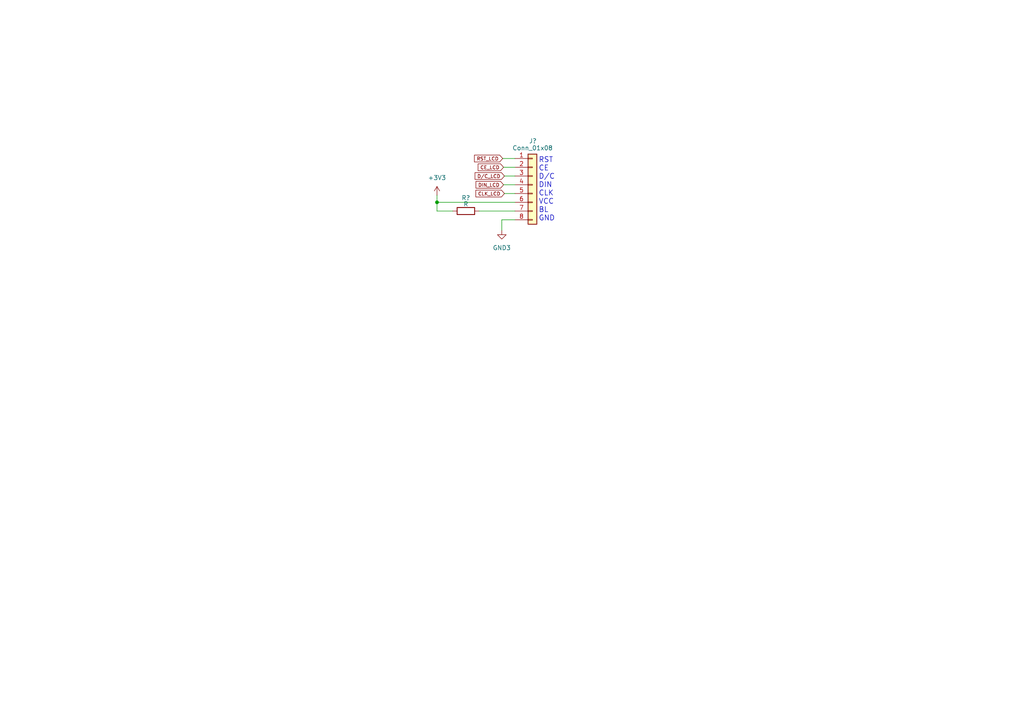
<source format=kicad_sch>
(kicad_sch (version 20211123) (generator eeschema)

  (uuid 73ba755d-98f6-4e75-b5d2-e441ea2b08c5)

  (paper "A4")

  (lib_symbols
    (symbol "Connector_Generic:Conn_01x08" (pin_names (offset 1.016) hide) (in_bom yes) (on_board yes)
      (property "Reference" "J" (id 0) (at 0 10.16 0)
        (effects (font (size 1.27 1.27)))
      )
      (property "Value" "Conn_01x08" (id 1) (at 0 -12.7 0)
        (effects (font (size 1.27 1.27)))
      )
      (property "Footprint" "" (id 2) (at 0 0 0)
        (effects (font (size 1.27 1.27)) hide)
      )
      (property "Datasheet" "~" (id 3) (at 0 0 0)
        (effects (font (size 1.27 1.27)) hide)
      )
      (property "ki_keywords" "connector" (id 4) (at 0 0 0)
        (effects (font (size 1.27 1.27)) hide)
      )
      (property "ki_description" "Generic connector, single row, 01x08, script generated (kicad-library-utils/schlib/autogen/connector/)" (id 5) (at 0 0 0)
        (effects (font (size 1.27 1.27)) hide)
      )
      (property "ki_fp_filters" "Connector*:*_1x??_*" (id 6) (at 0 0 0)
        (effects (font (size 1.27 1.27)) hide)
      )
      (symbol "Conn_01x08_1_1"
        (rectangle (start -1.27 -10.033) (end 0 -10.287)
          (stroke (width 0.1524) (type default) (color 0 0 0 0))
          (fill (type none))
        )
        (rectangle (start -1.27 -7.493) (end 0 -7.747)
          (stroke (width 0.1524) (type default) (color 0 0 0 0))
          (fill (type none))
        )
        (rectangle (start -1.27 -4.953) (end 0 -5.207)
          (stroke (width 0.1524) (type default) (color 0 0 0 0))
          (fill (type none))
        )
        (rectangle (start -1.27 -2.413) (end 0 -2.667)
          (stroke (width 0.1524) (type default) (color 0 0 0 0))
          (fill (type none))
        )
        (rectangle (start -1.27 0.127) (end 0 -0.127)
          (stroke (width 0.1524) (type default) (color 0 0 0 0))
          (fill (type none))
        )
        (rectangle (start -1.27 2.667) (end 0 2.413)
          (stroke (width 0.1524) (type default) (color 0 0 0 0))
          (fill (type none))
        )
        (rectangle (start -1.27 5.207) (end 0 4.953)
          (stroke (width 0.1524) (type default) (color 0 0 0 0))
          (fill (type none))
        )
        (rectangle (start -1.27 7.747) (end 0 7.493)
          (stroke (width 0.1524) (type default) (color 0 0 0 0))
          (fill (type none))
        )
        (rectangle (start -1.27 8.89) (end 1.27 -11.43)
          (stroke (width 0.254) (type default) (color 0 0 0 0))
          (fill (type background))
        )
        (pin passive line (at -5.08 7.62 0) (length 3.81)
          (name "Pin_1" (effects (font (size 1.27 1.27))))
          (number "1" (effects (font (size 1.27 1.27))))
        )
        (pin passive line (at -5.08 5.08 0) (length 3.81)
          (name "Pin_2" (effects (font (size 1.27 1.27))))
          (number "2" (effects (font (size 1.27 1.27))))
        )
        (pin passive line (at -5.08 2.54 0) (length 3.81)
          (name "Pin_3" (effects (font (size 1.27 1.27))))
          (number "3" (effects (font (size 1.27 1.27))))
        )
        (pin passive line (at -5.08 0 0) (length 3.81)
          (name "Pin_4" (effects (font (size 1.27 1.27))))
          (number "4" (effects (font (size 1.27 1.27))))
        )
        (pin passive line (at -5.08 -2.54 0) (length 3.81)
          (name "Pin_5" (effects (font (size 1.27 1.27))))
          (number "5" (effects (font (size 1.27 1.27))))
        )
        (pin passive line (at -5.08 -5.08 0) (length 3.81)
          (name "Pin_6" (effects (font (size 1.27 1.27))))
          (number "6" (effects (font (size 1.27 1.27))))
        )
        (pin passive line (at -5.08 -7.62 0) (length 3.81)
          (name "Pin_7" (effects (font (size 1.27 1.27))))
          (number "7" (effects (font (size 1.27 1.27))))
        )
        (pin passive line (at -5.08 -10.16 0) (length 3.81)
          (name "Pin_8" (effects (font (size 1.27 1.27))))
          (number "8" (effects (font (size 1.27 1.27))))
        )
      )
    )
    (symbol "Device:R" (pin_numbers hide) (pin_names (offset 0)) (in_bom yes) (on_board yes)
      (property "Reference" "R" (id 0) (at 2.032 0 90)
        (effects (font (size 1.27 1.27)))
      )
      (property "Value" "R" (id 1) (at 0 0 90)
        (effects (font (size 1.27 1.27)))
      )
      (property "Footprint" "" (id 2) (at -1.778 0 90)
        (effects (font (size 1.27 1.27)) hide)
      )
      (property "Datasheet" "~" (id 3) (at 0 0 0)
        (effects (font (size 1.27 1.27)) hide)
      )
      (property "ki_keywords" "R res resistor" (id 4) (at 0 0 0)
        (effects (font (size 1.27 1.27)) hide)
      )
      (property "ki_description" "Resistor" (id 5) (at 0 0 0)
        (effects (font (size 1.27 1.27)) hide)
      )
      (property "ki_fp_filters" "R_*" (id 6) (at 0 0 0)
        (effects (font (size 1.27 1.27)) hide)
      )
      (symbol "R_0_1"
        (rectangle (start -1.016 -2.54) (end 1.016 2.54)
          (stroke (width 0.254) (type default) (color 0 0 0 0))
          (fill (type none))
        )
      )
      (symbol "R_1_1"
        (pin passive line (at 0 3.81 270) (length 1.27)
          (name "~" (effects (font (size 1.27 1.27))))
          (number "1" (effects (font (size 1.27 1.27))))
        )
        (pin passive line (at 0 -3.81 90) (length 1.27)
          (name "~" (effects (font (size 1.27 1.27))))
          (number "2" (effects (font (size 1.27 1.27))))
        )
      )
    )
    (symbol "power:+3V3" (power) (pin_names (offset 0)) (in_bom yes) (on_board yes)
      (property "Reference" "#PWR" (id 0) (at 0 -3.81 0)
        (effects (font (size 1.27 1.27)) hide)
      )
      (property "Value" "+3V3" (id 1) (at 0 3.556 0)
        (effects (font (size 1.27 1.27)))
      )
      (property "Footprint" "" (id 2) (at 0 0 0)
        (effects (font (size 1.27 1.27)) hide)
      )
      (property "Datasheet" "" (id 3) (at 0 0 0)
        (effects (font (size 1.27 1.27)) hide)
      )
      (property "ki_keywords" "power-flag" (id 4) (at 0 0 0)
        (effects (font (size 1.27 1.27)) hide)
      )
      (property "ki_description" "Power symbol creates a global label with name \"+3V3\"" (id 5) (at 0 0 0)
        (effects (font (size 1.27 1.27)) hide)
      )
      (symbol "+3V3_0_1"
        (polyline
          (pts
            (xy -0.762 1.27)
            (xy 0 2.54)
          )
          (stroke (width 0) (type default) (color 0 0 0 0))
          (fill (type none))
        )
        (polyline
          (pts
            (xy 0 0)
            (xy 0 2.54)
          )
          (stroke (width 0) (type default) (color 0 0 0 0))
          (fill (type none))
        )
        (polyline
          (pts
            (xy 0 2.54)
            (xy 0.762 1.27)
          )
          (stroke (width 0) (type default) (color 0 0 0 0))
          (fill (type none))
        )
      )
      (symbol "+3V3_1_1"
        (pin power_in line (at 0 0 90) (length 0) hide
          (name "+3V3" (effects (font (size 1.27 1.27))))
          (number "1" (effects (font (size 1.27 1.27))))
        )
      )
    )
    (symbol "power:GND3" (power) (pin_names (offset 0)) (in_bom yes) (on_board yes)
      (property "Reference" "#PWR" (id 0) (at 0 -6.35 0)
        (effects (font (size 1.27 1.27)) hide)
      )
      (property "Value" "GND3" (id 1) (at 0 -3.81 0)
        (effects (font (size 1.27 1.27)))
      )
      (property "Footprint" "" (id 2) (at 0 0 0)
        (effects (font (size 1.27 1.27)) hide)
      )
      (property "Datasheet" "" (id 3) (at 0 0 0)
        (effects (font (size 1.27 1.27)) hide)
      )
      (property "ki_keywords" "power-flag" (id 4) (at 0 0 0)
        (effects (font (size 1.27 1.27)) hide)
      )
      (property "ki_description" "Power symbol creates a global label with name \"GND3\" , ground" (id 5) (at 0 0 0)
        (effects (font (size 1.27 1.27)) hide)
      )
      (symbol "GND3_0_1"
        (polyline
          (pts
            (xy 0 0)
            (xy 0 -1.27)
            (xy 1.27 -1.27)
            (xy 0 -2.54)
            (xy -1.27 -1.27)
            (xy 0 -1.27)
          )
          (stroke (width 0) (type default) (color 0 0 0 0))
          (fill (type none))
        )
      )
      (symbol "GND3_1_1"
        (pin power_in line (at 0 0 270) (length 0) hide
          (name "GND3" (effects (font (size 1.27 1.27))))
          (number "1" (effects (font (size 1.27 1.27))))
        )
      )
    )
  )

  (junction (at 126.746 58.674) (diameter 0) (color 0 0 0 0)
    (uuid eb9ca295-8a1b-456e-9d30-b4d927975cd2)
  )

  (wire (pts (xy 145.542 63.754) (xy 145.542 66.802))
    (stroke (width 0) (type default) (color 0 0 0 0))
    (uuid 04fb605b-922b-4e49-829a-b41b46bd809f)
  )
  (wire (pts (xy 149.352 63.754) (xy 145.542 63.754))
    (stroke (width 0) (type default) (color 0 0 0 0))
    (uuid 1af97726-033c-4823-b351-a61274c8df9e)
  )
  (wire (pts (xy 126.746 58.674) (xy 126.746 61.214))
    (stroke (width 0) (type default) (color 0 0 0 0))
    (uuid 1ded6301-1807-4d38-a51e-661c0a734ed7)
  )
  (wire (pts (xy 126.746 58.674) (xy 149.352 58.674))
    (stroke (width 0) (type default) (color 0 0 0 0))
    (uuid 2a1d1cf7-cb02-4a4f-8691-9d32d5253d8b)
  )
  (wire (pts (xy 126.746 56.642) (xy 126.746 58.674))
    (stroke (width 0) (type default) (color 0 0 0 0))
    (uuid 46b8c2e9-bdfd-45f7-84ca-887c9213cf2d)
  )
  (wire (pts (xy 146.05 48.514) (xy 149.352 48.514))
    (stroke (width 0) (type default) (color 0 0 0 0))
    (uuid 60ff5c56-ae27-4e43-9b59-5b59b01a7e7c)
  )
  (wire (pts (xy 145.796 45.974) (xy 149.352 45.974))
    (stroke (width 0) (type default) (color 0 0 0 0))
    (uuid 6ba1c81c-3c8f-4ca8-a759-67d49ee8737c)
  )
  (wire (pts (xy 146.05 53.594) (xy 149.352 53.594))
    (stroke (width 0) (type default) (color 0 0 0 0))
    (uuid 89a41aa6-5712-4162-8558-10f59b0dd955)
  )
  (wire (pts (xy 146.304 56.134) (xy 149.352 56.134))
    (stroke (width 0) (type default) (color 0 0 0 0))
    (uuid aa88077f-2510-4a92-b0d6-bc9224b655ec)
  )
  (wire (pts (xy 126.746 61.214) (xy 131.318 61.214))
    (stroke (width 0) (type default) (color 0 0 0 0))
    (uuid dad988dc-dde7-442c-9550-9e733f7f0908)
  )
  (wire (pts (xy 146.304 51.054) (xy 149.352 51.054))
    (stroke (width 0) (type default) (color 0 0 0 0))
    (uuid fb2b5359-e0ff-4a91-9193-a38af03f932e)
  )
  (wire (pts (xy 138.938 61.214) (xy 149.352 61.214))
    (stroke (width 0) (type default) (color 0 0 0 0))
    (uuid fb6eee5f-b29b-4a68-bc11-b05fd3a4ab65)
  )

  (text "RST\nCE\nD/C\nDIN\nCLK\nVCC\nBL\nGND" (at 156.21 64.262 0)
    (effects (font (size 1.5 1.5)) (justify left bottom))
    (uuid 8fdb2cd1-e1b9-4a83-b4d3-0b8cf43a6d65)
  )

  (global_label "CE_LCD" (shape input) (at 146.05 48.514 180) (fields_autoplaced)
    (effects (font (size 1 1)) (justify right))
    (uuid 11b786a6-3dcd-4316-bff4-80f8465229d7)
    (property "Intersheet References" "${INTERSHEET_REFS}" (id 0) (at 138.6738 48.4515 0)
      (effects (font (size 1 1)) (justify right) hide)
    )
  )
  (global_label "CLK_LCD" (shape input) (at 146.304 56.134 180) (fields_autoplaced)
    (effects (font (size 1 1)) (justify right))
    (uuid 38254a04-9e39-403e-9d91-9fbee1d72852)
    (property "Intersheet References" "${INTERSHEET_REFS}" (id 0) (at 138.023 56.0715 0)
      (effects (font (size 1 1)) (justify right) hide)
    )
  )
  (global_label "RST_LCD" (shape input) (at 145.796 45.974 180) (fields_autoplaced)
    (effects (font (size 1 1)) (justify right))
    (uuid 94c098f5-e2b5-4a85-9f20-c151bcb32544)
    (property "Intersheet References" "${INTERSHEET_REFS}" (id 0) (at 137.6103 45.9115 0)
      (effects (font (size 1 1)) (justify right) hide)
    )
  )
  (global_label "D{slash}C_LCD" (shape input) (at 146.304 51.054 180) (fields_autoplaced)
    (effects (font (size 1 1)) (justify right))
    (uuid 9a0c0532-53db-4b0c-bd52-66750b34b9dc)
    (property "Intersheet References" "${INTERSHEET_REFS}" (id 0) (at 137.785 50.9915 0)
      (effects (font (size 1 1)) (justify right) hide)
    )
  )
  (global_label "DIN_LCD" (shape input) (at 146.05 53.594 180) (fields_autoplaced)
    (effects (font (size 1 1)) (justify right))
    (uuid a7b3cf7a-8741-400b-b717-c361c8da60d5)
    (property "Intersheet References" "${INTERSHEET_REFS}" (id 0) (at 138.0548 53.5315 0)
      (effects (font (size 1 1)) (justify right) hide)
    )
  )

  (symbol (lib_id "power:GND3") (at 145.542 66.802 0) (unit 1)
    (in_bom yes) (on_board yes) (fields_autoplaced)
    (uuid 065957fd-4be5-442a-add5-c22df86bde7b)
    (property "Reference" "#PWR?" (id 0) (at 145.542 73.152 0)
      (effects (font (size 1.27 1.27)) hide)
    )
    (property "Value" "GND3" (id 1) (at 145.542 71.882 0))
    (property "Footprint" "" (id 2) (at 145.542 66.802 0)
      (effects (font (size 1.27 1.27)) hide)
    )
    (property "Datasheet" "" (id 3) (at 145.542 66.802 0)
      (effects (font (size 1.27 1.27)) hide)
    )
    (pin "1" (uuid abd98177-2ecc-4b56-8b8a-8e5c05e8c57b))
  )

  (symbol (lib_id "power:+3V3") (at 126.746 56.642 0) (unit 1)
    (in_bom yes) (on_board yes) (fields_autoplaced)
    (uuid 1de46378-29ac-4fec-8dda-edcacff0793c)
    (property "Reference" "#PWR?" (id 0) (at 126.746 60.452 0)
      (effects (font (size 1.27 1.27)) hide)
    )
    (property "Value" "+3V3" (id 1) (at 126.746 51.562 0))
    (property "Footprint" "" (id 2) (at 126.746 56.642 0)
      (effects (font (size 1.27 1.27)) hide)
    )
    (property "Datasheet" "" (id 3) (at 126.746 56.642 0)
      (effects (font (size 1.27 1.27)) hide)
    )
    (pin "1" (uuid 974a5e0a-54fc-4271-8b90-a59a92f5d6f6))
  )

  (symbol (lib_id "Connector_Generic:Conn_01x08") (at 154.432 53.594 0) (unit 1)
    (in_bom yes) (on_board yes)
    (uuid a5ab582a-59d7-41a2-96ef-9678580975b8)
    (property "Reference" "J?" (id 0) (at 153.416 40.894 0)
      (effects (font (size 1.27 1.27)) (justify left))
    )
    (property "Value" "Conn_01x08" (id 1) (at 148.59 42.926 0)
      (effects (font (size 1.27 1.27)) (justify left))
    )
    (property "Footprint" "Display:Adafruit_SSD1306" (id 2) (at 154.432 53.594 0)
      (effects (font (size 1.27 1.27)) hide)
    )
    (property "Datasheet" "~" (id 3) (at 154.432 53.594 0)
      (effects (font (size 1.27 1.27)) hide)
    )
    (pin "1" (uuid b676acf8-9b18-46fe-8574-9ee89f01233a))
    (pin "2" (uuid 6f0788f0-36e1-4f85-ba67-a29b7ccb4c2f))
    (pin "3" (uuid e5d86458-041e-45f5-bc51-7e890c614048))
    (pin "4" (uuid 2bbff9f3-0722-41de-8c52-971f3d7c7619))
    (pin "5" (uuid 2de58db5-53ae-483a-aab6-9c8730dd0d1e))
    (pin "6" (uuid ffbc146e-36b6-4459-950c-8a7632f45041))
    (pin "7" (uuid 2fb88c2e-25c0-46a2-947a-585f4562e82b))
    (pin "8" (uuid cf051006-c6a4-4b92-bacd-03bc22b5f204))
  )

  (symbol (lib_id "Device:R") (at 135.128 61.214 90) (unit 1)
    (in_bom yes) (on_board yes)
    (uuid ad814da0-856e-4f91-b59c-67deae9c66d9)
    (property "Reference" "R?" (id 0) (at 135.128 57.404 90))
    (property "Value" "R" (id 1) (at 135.128 59.182 90))
    (property "Footprint" "Resistor_SMD:R_0201_0603Metric_Pad0.64x0.40mm_HandSolder" (id 2) (at 135.128 62.992 90)
      (effects (font (size 1.27 1.27)) hide)
    )
    (property "Datasheet" "~" (id 3) (at 135.128 61.214 0)
      (effects (font (size 1.27 1.27)) hide)
    )
    (pin "1" (uuid f8a29fd6-5878-494d-9837-407b499b0183))
    (pin "2" (uuid c91c4b1c-801f-4b07-8323-9ee1cd746da4))
  )
)

</source>
